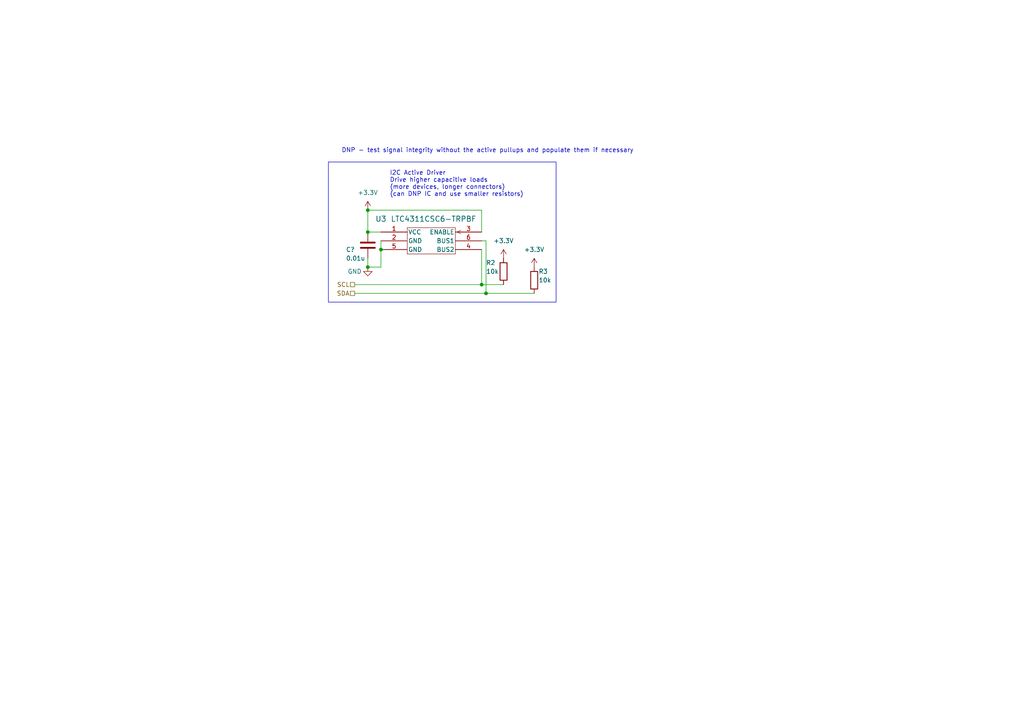
<source format=kicad_sch>
(kicad_sch (version 20230121) (generator eeschema)
  (paper "A4")
  (lib_symbols
    (symbol "Device:C" (pin_numbers hide) (pin_names (offset 0.254))
      (property "Reference" "C" (at 0.635 2.54 0))
      (property "Value" "C" (at 0.635 -2.54 0))
      (symbol "C_0_1"
        (polyline (pts (xy -2.032 -0.762) (xy 2.032 -0.762)) (stroke (width 0.508)))
        (polyline (pts (xy -2.032 0.762) (xy 2.032 0.762)) (stroke (width 0.508)))
      )
      (symbol "C_1_1"
        (pin passive line (at 0 3.81 270) (length 2.794) (name "~") (number "1"))
        (pin passive line (at 0 -3.81 90) (length 2.794) (name "~") (number "2"))
      )
    )
    (symbol "Device:R" (pin_numbers hide) (pin_names (offset 0))
      (property "Reference" "R" (at 2.032 0 90))
      (property "Value" "R" (at 0 0 90))
      (symbol "R_0_1"
        (rectangle (start -1.016 -2.54) (end 1.016 2.54) (stroke (width 0.254)))
      )
      (symbol "R_1_1"
        (pin passive line (at 0 3.81 270) (length 1.27) (name "~") (number "1"))
        (pin passive line (at 0 -3.81 90) (length 1.27) (name "~") (number "2"))
      )
    )
    (symbol "LTC4311CSC6#TRPBF:LTC4311CSC6-TRPBF" (pin_names (offset 0.254))
      (property "Reference" "U" (at 0 8.89 0))
      (property "Value" "LTC4311CSC6-TRPBF" (at 0 6.35 0))
      (symbol "LTC4311CSC6-TRPBF_0_1"
        (polyline (pts (xy -6.35 -3.81) (xy 7.62 -3.81)) (stroke (width 0.127)))
        (polyline (pts (xy -6.35 3.81) (xy -6.35 -3.81)) (stroke (width 0.127)))
        (polyline (pts (xy 7.62 -3.81) (xy 7.62 3.81)) (stroke (width 0.127)))
        (polyline (pts (xy 7.62 3.81) (xy -6.35 3.81)) (stroke (width 0.127)))
        (polyline (pts (xy 8.1407 2.54) (xy 9.1821 2.0193)) (stroke (width 0.127)))
        (polyline (pts (xy 8.1407 2.54) (xy 9.1821 3.0607)) (stroke (width 0.127)))
        (pin power_in line (at -13.97 2.54 0) (length 7.62) (name "VCC") (number "1"))
        (pin power_in line (at -13.97 0 0) (length 7.62) (name "GND") (number "2"))
        (pin input line (at 15.24 2.54 180) (length 7.62) (name "ENABLE") (number "3"))
        (pin power_in line (at -13.97 -2.54 0) (length 7.62) (name "GND") (number "5"))
      )
      (symbol "LTC4311CSC6-TRPBF_1_1"
        (pin bidirectional line (at 15.24 -2.54 180) (length 7.62) (name "BUS2") (number "4"))
        (pin bidirectional line (at 15.24 0 180) (length 7.62) (name "BUS1") (number "6"))
      )
    )
    (symbol "power:+3.3V" (power) (pin_names (offset 0))
      (property "Value" "+3.3V" (at 0 3.556 0))
      (symbol "+3.3V_0_1"
        (polyline (pts (xy -0.762 1.27) (xy 0 2.54)))
        (polyline (pts (xy 0 0) (xy 0 2.54)))
        (polyline (pts (xy 0 2.54) (xy 0.762 1.27)))
      )
      (symbol "+3.3V_1_1"
        (pin power_in line (at 0 0 90) (length 0) hide (name "+3.3V") (number "1"))
      )
    )
    (symbol "power:GND" (power) (pin_names (offset 0))
      (property "Value" "GND" (at 0 -3.81 0))
      (symbol "GND_0_1"
        (polyline (pts (xy 0 0) (xy 0 -1.27) (xy 1.27 -1.27) (xy 0 -2.54) (xy -1.27 -1.27) (xy 0 -1.27)))
      )
      (symbol "GND_1_1"
        (pin power_in line (at 0 0 270) (length 0) hide (name "GND") (number "1"))
      )
    )
  )
  (junction (at 140.97 85.09))
  (junction (at 106.68 77.47))
  (junction (at 106.68 60.96))
  (junction (at 110.49 72.39))
  (junction (at 139.7 82.55))
  (junction (at 106.68 67.31))
  (wire (pts (xy 139.7 60.96) (xy 106.68 60.96)))
  (wire (pts (xy 106.68 74.93) (xy 106.68 77.47)))
  (wire (pts (xy 139.7 67.31) (xy 139.7 60.96)))
  (wire (pts (xy 140.97 69.85) (xy 140.97 85.09)))
  (wire (pts (xy 106.68 60.96) (xy 106.68 67.31)))
  (wire (pts (xy 106.68 67.31) (xy 110.49 67.31)))
  (wire (pts (xy 140.97 85.09) (xy 154.94 85.09)))
  (wire (pts (xy 110.49 72.39) (xy 110.49 69.85)))
  (wire (pts (xy 102.87 82.55) (xy 139.7 82.55)))
  (wire (pts (xy 106.68 77.47) (xy 110.49 77.47)))
  (wire (pts (xy 139.7 72.39) (xy 139.7 82.55)))
  (wire (pts (xy 102.87 85.09) (xy 140.97 85.09)))
  (wire (pts (xy 110.49 77.47) (xy 110.49 72.39)))
  (wire (pts (xy 139.7 69.85) (xy 140.97 69.85)))
  (wire (pts (xy 139.7 82.55) (xy 146.05 82.55)))
  (rectangle (start 95.25 46.99) (end 161.29 87.63))
  (text "DNP - test signal integrity without the active pullups and populate them if necessary" (at 99.06 44.45 0) (effects (font (size 1.27 1.27)) (justify left bottom)))
  (text "I2C Active Driver\nDrive higher capacitive loads\n(more devices, longer connectors)\n(can DNP IC and use smaller resistors)" (at 113.03 57.15 0) (effects (font (size 1.27 1.27)) (justify left bottom)))
  (hierarchical_label "SCL" (shape passive) (at 102.87 82.55 180))
  (hierarchical_label "SDA" (shape passive) (at 102.87 85.09 180))
  (symbol (lib_id "LTC4311CSC6#TRPBF:LTC4311CSC6-TRPBF") (at 124.46 69.85 0) (unit 1)
    (property "Reference" "U3" (at 110.49 63.5 0) (effects (font (size 1.524 1.524))))
    (property "Value" "LTC4311CSC6-TRPBF" (at 125.73 63.5 0) (effects (font (size 1.524 1.524))))
    (property "Footprint" "SOT-6_SC_LIT" (effects hide))
    (property "Datasheet" "LTC4311CSC6-TRPBF" (effects hide))
    (instances (project "fluidics-v2" (path "" (reference "U3") (unit 1)) (path "" (reference "U10") (unit 1)) (path "" (reference "U8") (unit 1)) (path "" (reference "U9") (unit 1))))
  )
  (symbol (lib_id "Device:R") (at 154.94 81.28 0) (unit 1)
    (property "Reference" "R3" (at 156.21 78.74 0) (effects (justify left)))
    (property "Value" "10k" (at 156.21 81.28 0) (effects (justify left)))
    (property "Footprint" "Resistor_SMD:R_0402_1005Metric" (effects hide))
    (instances (project "fluidics-v2" (path "" (reference "R3") (unit 1)) (path "" (reference "R44") (unit 1)) (path "" (reference "R40") (unit 1)) (path "" (reference "R42") (unit 1))))
  )
  (symbol (lib_id "Device:R") (at 146.05 78.74 0) (unit 1)
    (property "Reference" "R2" (at 140.97 76.2 0) (effects (justify left)))
    (property "Value" "10k" (at 140.97 78.74 0) (effects (justify left)))
    (property "Footprint" "Resistor_SMD:R_0402_1005Metric" (effects hide))
    (instances (project "fluidics-v2" (path "" (reference "R2") (unit 1)) (path "" (reference "R43") (unit 1)) (path "" (reference "R39") (unit 1)) (path "" (reference "R41") (unit 1))))
  )
  (symbol (lib_id "power:+3.3V") (at 146.05 74.93 0) (unit 1)
    (property "Reference" "#PWR034" (effects hide))
    (property "Value" "+3.3V" (at 146.05 69.85 0))
    (instances (project "fluidics-v2" (path "" (reference "#PWR034") (unit 1)) (path "" (reference "#PWR0137") (unit 1)) (path "" (reference "#PWR0129") (unit 1)) (path "" (reference "#PWR0133") (unit 1))))
  )
  (symbol (lib_id "power:GND") (at 106.68 77.47 0) (unit 1)
    (property "Reference" "#PWR029" (effects hide))
    (property "Value" "GND" (at 102.87 78.74 0))
    (instances (project "fluidics-v2" (path "" (reference "#PWR029") (unit 1)) (path "" (reference "#PWR0136") (unit 1)) (path "" (reference "#PWR0128") (unit 1)) (path "" (reference "#PWR0132") (unit 1))))
  )
  (symbol (lib_id "Device:C") (at 106.68 71.12 0) (unit 1)
    (property "Reference" "C?" (at 100.33 72.39 0) (effects (justify left)))
    (property "Value" "0.01u" (at 100.33 74.93 0) (effects (justify left)))
    (property "Footprint" "Capacitor_SMD:C_0603_1608Metric" (effects hide))
    (instances (project "fluidics-v2" (path "" (reference "C?") (unit 1)) (path "" (reference "C1") (unit 1)) (path "" (reference "C14") (unit 1)) (path "" (reference "C12") (unit 1)) (path "" (reference "C13") (unit 1))))
  )
  (symbol (lib_id "power:+3.3V") (at 106.68 60.96 0) (unit 1)
    (property "Reference" "#PWR028" (effects hide))
    (property "Value" "+3.3V" (at 106.68 55.88 0))
    (instances (project "fluidics-v2" (path "" (reference "#PWR028") (unit 1)) (path "" (reference "#PWR0135") (unit 1)) (path "" (reference "#PWR0127") (unit 1)) (path "" (reference "#PWR0131") (unit 1))))
  )
  (symbol (lib_id "power:+3.3V") (at 154.94 77.47 0) (unit 1)
    (property "Reference" "#PWR036" (effects hide))
    (property "Value" "+3.3V" (at 154.94 72.39 0))
    (instances (project "fluidics-v2" (path "" (reference "#PWR036") (unit 1)) (path "" (reference "#PWR0138") (unit 1)) (path "" (reference "#PWR0130") (unit 1)) (path "" (reference "#PWR0134") (unit 1))))
  )
)
</source>
